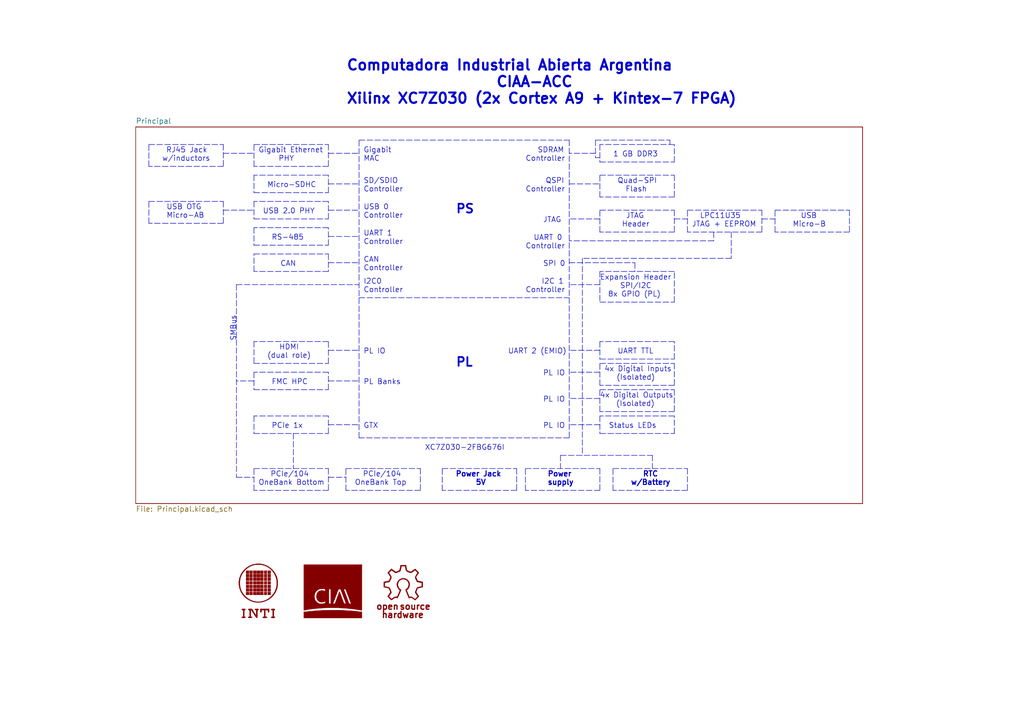
<source format=kicad_sch>
(kicad_sch (version 20231120) (generator "eeschema") (generator_version "8.0")
  (paper "A4")
  (title_block (title "CIAA-ACC Block Diagram") (date "2019-08-28") (rev "V1.4") (company "COMPUTADORA INDUSTRIAL ABIERTA ARGENTINA. CIAA-ACC (HPC)") (comment 1 "Authors: See 'doc/CHANGES.txt' file.      License: See 'doc/LICENCIA_CIAA_ACC.txt' file."))
  (lib_symbols
    (symbol "CIAA_ACC:LOGO_CIAA" (pin_names (offset 1.016))
      (symbol "LOGO_CIAA_0_0"
        (polyline (pts (xy 8.4582 -6.0198) (xy 7.9248 -5.969) (xy 7.8232 -5.969) (xy 7.1374 -5.8928) (xy 6.5532 -5.8166) (xy 5.969 -5.7658) (xy 5.3848 -5.715) (xy 4.7498 -5.6896) (xy 3.9624 -5.6388) (xy 2.4384 -5.5372) (xy -0.0254 -5.5118) (xy -2.54 -5.5626) (xy -5.1562 -5.715) (xy -7.874 -5.969) (xy -8.382 -6.0198) (xy -8.382 -6.9088) (xy -8.382 -7.7978) (xy 0.0254 -7.7978) (xy 8.4582 -7.7978) (xy 8.4582 -6.9088) (xy 8.4582 -6.0198) (xy 8.4582 -6.0198)) (stroke (width 0.0254)) (fill (type outline)))
        (polyline (pts (xy 8.4582 7.6962) (xy 5.3086 7.6962) (xy 5.3086 -3.6322) (xy 5.0292 -3.6322) (xy 4.826 -3.6068) (xy 4.699 -3.4798) (xy 4.6228 -3.3274) (xy 4.5212 -3.048) (xy 4.3688 -2.6416) (xy 4.2164 -2.2098) (xy 4.0386 -1.7018) (xy 3.8354 -1.2192) (xy 3.7846 -1.0668) (xy 3.7846 -3.5814) (xy 3.7084 -3.6068) (xy 3.5306 -3.6322) (xy 3.4544 -3.6068) (xy 3.3782 -3.5814) (xy 3.2766 -3.5052) (xy 3.2004 -3.3782) (xy 3.0988 -3.1496) (xy 2.9718 -2.794) (xy 2.794 -2.3368) (xy 2.7178 -2.1082) (xy 2.54 -1.6256) (xy 2.3622 -1.1938) (xy 2.2352 -0.8128) (xy 2.159 -0.5588) (xy 2.0574 -0.3556) (xy 1.9812 -0.1778) (xy 1.9304 -0.1524) (xy 1.905 -0.1778) (xy 1.8288 -0.3302) (xy 1.7272 -0.6096) (xy 1.6256 -0.9398) (xy 1.524 -1.2192) (xy 1.3462 -1.6764) (xy 1.1684 -2.159) (xy 0.9906 -2.6416) (xy 0.635 -3.6322) (xy 0.3556 -3.6322) (xy 0.2032 -3.6322) (xy 0.1016 -3.5814) (xy 0.127 -3.4798) (xy 0.127 -3.429) (xy 0.2286 -3.2004) (xy 0.3556 -2.8702) (xy 0.508 -2.4638) (xy 0.6858 -2.0066) (xy 0.889 -1.4986) (xy 1.0668 -1.016) (xy 1.2446 -0.5842) (xy 1.3716 -0.1778) (xy 1.4986 0.1016) (xy 1.5494 0.254) (xy 1.6256 0.4318) (xy 1.7272 0.5334) (xy 1.9558 0.5842) (xy 2.0574 0.5842) (xy 2.2098 0.5588) (xy 2.286 0.4572) (xy 2.3114 0.381) (xy 2.3876 0.1778) (xy 2.5146 -0.1524) (xy 2.667 -0.5588) (xy 2.8702 -1.0668) (xy 3.0734 -1.6002) (xy 3.2004 -1.9558) (xy 3.4036 -2.4638) (xy 3.556 -2.8956) (xy 3.683 -3.2512) (xy 3.7592 -3.4798) (xy 3.7846 -3.5814) (xy 3.7846 -1.0668) (xy 3.6576 -0.7366) (xy 3.5052 -0.3048) (xy 3.3782 0.0254) (xy 3.302 0.2794) (xy 3.2512 0.4064) (xy 3.2258 0.508) (xy 3.2766 0.5842) (xy 3.4544 0.5842) (xy 3.4798 0.5842) (xy 3.683 0.5334) (xy 3.7846 0.3556) (xy 3.8862 0.0762) (xy 4.0386 -0.3048) (xy 4.2164 -0.762) (xy 4.3942 -1.2446) (xy 4.5974 -1.7526) (xy 4.7752 -2.2352) (xy 4.9276 -2.6416) (xy 5.0546 -2.9972) (xy 5.1308 -3.2004) (xy 5.3086 -3.6322) (xy 5.3086 7.6962) (xy 0.0254 7.6962) (xy -0.6096 7.6962) (xy -0.6096 0.5842) (xy -0.6096 -1.524) (xy -0.6096 -3.6322) (xy -0.8636 -3.6322) (xy -1.1176 -3.6322) (xy -1.1176 -1.524) (xy -1.1176 0.5842) (xy -0.8636 0.5842) (xy -0.6096 0.5842) (xy -0.6096 7.6962) (xy -2.1336 7.6962) (xy -2.1336 0.254) (xy -2.1336 0.1016) (xy -2.159 0.0254) (xy -2.2606 0.0508) (xy -2.4384 0.1016) (xy -2.8194 0.1778) (xy -3.2004 0.2032) (xy -3.4798 0.1778) (xy -3.7846 0.1016) (xy -4.191 -0.1524) (xy -4.4958 -0.5334) (xy -4.699 -1.016) (xy -4.7498 -1.6002) (xy -4.7244 -1.905) (xy -4.572 -2.3622) (xy -4.318 -2.7686) (xy -3.9624 -3.048) (xy -3.5306 -3.2004) (xy -3.0226 -3.2258) (xy -2.5146 -3.0988) (xy -2.3114 -2.9972) (xy -2.1844 -2.9718) (xy -2.1336 -3.048) (xy -2.1336 -3.2004) (xy -2.1336 -3.3274) (xy -2.2098 -3.4544) (xy -2.413 -3.5306) (xy -2.5146 -3.5814) (xy -2.9972 -3.6576) (xy -3.4544 -3.683) (xy -3.8862 -3.6322) (xy -4.1402 -3.5306) (xy -4.5212 -3.2766) (xy -4.8514 -2.9464) (xy -5.1054 -2.5908) (xy -5.1562 -2.5146) (xy -5.2324 -2.2606) (xy -5.2832 -1.9812) (xy -5.3086 -1.5748) (xy -5.2832 -1.1938) (xy -5.2578 -0.9398) (xy -5.1816 -0.6858) (xy -5.0546 -0.4318) (xy -4.699 0.0508) (xy -4.2672 0.4064) (xy -3.7338 0.6096) (xy -3.0988 0.6604) (xy -2.794 0.6604) (xy -2.4892 0.635) (xy -2.286 0.5588) (xy -2.1844 0.4318) (xy -2.1336 0.254) (xy -2.1336 7.6962) (xy -8.382 7.6962) (xy -8.382 1.0668) (xy -8.382 -5.588) (xy -8.2042 -5.5372) (xy -7.2136 -5.3594) (xy -5.1562 -5.08) (xy -2.9718 -4.9022) (xy -0.762 -4.826) (xy 1.4986 -4.8514) (xy 3.7846 -4.9784) (xy 6.0198 -5.207) (xy 8.2296 -5.5372) (xy 8.4582 -5.588) (xy 8.4582 1.0668) (xy 8.4582 7.6962) (xy 8.4582 7.6962)) (stroke (width 0.0254)) (fill (type outline)))
        (text "FSL" (at -4.064 4.445 0) (effects (font (size 1.524 1.524) (italic yes))))
      )
      (symbol "LOGO_CIAA_0_1"
        (rectangle (start -7.366 6.477) (end -1.016 2.667))
      )
    )
    (symbol "CIAA_ACC:LOGO_INTI" (pin_names (offset 1.016))
      (symbol "LOGO_INTI_0_0"
        (polyline (pts (xy -2.7178 -0.254) (xy -3.556 -0.254) (xy -3.556 -1.0922) (xy -2.7178 -1.0922) (xy -2.7178 -0.254) (xy -2.7178 -0.254)) (stroke (width 0.0254)) (fill (type outline)))
        (polyline (pts (xy -2.7178 0.762) (xy -3.556 0.762) (xy -3.556 -0.0762) (xy -2.7178 -0.0762) (xy -2.7178 0.762) (xy -2.7178 0.762)) (stroke (width 0.0254)) (fill (type outline)))
        (polyline (pts (xy -2.7178 1.778) (xy -3.556 1.778) (xy -3.556 0.9398) (xy -2.7178 0.9398) (xy -2.7178 1.778) (xy -2.7178 1.778)) (stroke (width 0.0254)) (fill (type outline)))
        (polyline (pts (xy -2.7178 2.794) (xy -3.556 2.794) (xy -3.556 2.032) (xy -2.7178 2.032) (xy -2.7178 2.794) (xy -2.7178 2.794)) (stroke (width 0.0254)) (fill (type outline)))
        (polyline (pts (xy -2.7178 3.8862) (xy -3.556 3.8862) (xy -3.556 3.048) (xy -2.7178 3.048) (xy -2.7178 3.8862) (xy -2.7178 3.8862)) (stroke (width 0.0254)) (fill (type outline)))
        (polyline (pts (xy -2.7178 4.9022) (xy -3.556 4.9022) (xy -3.556 4.064) (xy -2.7178 4.064) (xy -2.7178 4.9022) (xy -2.7178 4.9022)) (stroke (width 0.0254)) (fill (type outline)))
        (polyline (pts (xy -2.7178 5.9182) (xy -3.556 5.9182) (xy -3.556 5.08) (xy -2.7178 5.08) (xy -2.7178 5.9182) (xy -2.7178 5.9182)) (stroke (width 0.0254)) (fill (type outline)))
        (polyline (pts (xy -1.7018 -0.254) (xy -2.54 -0.254) (xy -2.54 -1.0922) (xy -1.7018 -1.0922) (xy -1.7018 -0.254) (xy -1.7018 -0.254)) (stroke (width 0.0254)) (fill (type outline)))
        (polyline (pts (xy -1.7018 0.762) (xy -2.54 0.762) (xy -2.54 -0.0762) (xy -1.7018 -0.0762) (xy -1.7018 0.762) (xy -1.7018 0.762)) (stroke (width 0.0254)) (fill (type outline)))
        (polyline (pts (xy -1.7018 1.778) (xy -2.54 1.778) (xy -2.54 0.9398) (xy -1.7018 0.9398) (xy -1.7018 1.778) (xy -1.7018 1.778)) (stroke (width 0.0254)) (fill (type outline)))
        (polyline (pts (xy -1.7018 2.794) (xy -2.54 2.794) (xy -2.54 2.032) (xy -1.7018 2.032) (xy -1.7018 2.794) (xy -1.7018 2.794)) (stroke (width 0.0254)) (fill (type outline)))
        (polyline (pts (xy -1.7018 3.8862) (xy -2.54 3.8862) (xy -2.54 3.048) (xy -1.7018 3.048) (xy -1.7018 3.8862) (xy -1.7018 3.8862)) (stroke (width 0.0254)) (fill (type outline)))
        (polyline (pts (xy -1.7018 4.9022) (xy -2.54 4.9022) (xy -2.54 4.064) (xy -1.7018 4.064) (xy -1.7018 4.9022) (xy -1.7018 4.9022)) (stroke (width 0.0254)) (fill (type outline)))
        (polyline (pts (xy -1.7018 5.9182) (xy -2.54 5.9182) (xy -2.54 5.08) (xy -1.7018 5.08) (xy -1.7018 5.9182) (xy -1.7018 5.9182)) (stroke (width 0.0254)) (fill (type outline)))
        (polyline (pts (xy -0.5842 -0.254) (xy -1.4478 -0.254) (xy -1.4478 -1.0922) (xy -0.5842 -1.0922) (xy -0.5842 -0.254) (xy -0.5842 -0.254)) (stroke (width 0.0254)) (fill (type outline)))
        (polyline (pts (xy -0.5842 0.762) (xy -1.4478 0.762) (xy -1.4478 -0.0762) (xy -0.5842 -0.0762) (xy -0.5842 0.762) (xy -0.5842 0.762)) (stroke (width 0.0254)) (fill (type outline)))
        (polyline (pts (xy -0.5842 1.778) (xy -1.4478 1.778) (xy -1.4478 0.9398) (xy -0.5842 0.9398) (xy -0.5842 1.778) (xy -0.5842 1.778)) (stroke (width 0.0254)) (fill (type outline)))
        (polyline (pts (xy -0.5842 2.794) (xy -1.4478 2.794) (xy -1.4478 2.032) (xy -0.5842 2.032) (xy -0.5842 2.794) (xy -0.5842 2.794)) (stroke (width 0.0254)) (fill (type outline)))
        (polyline (pts (xy -0.5842 3.8862) (xy -1.4478 3.8862) (xy -1.4478 3.048) (xy -0.5842 3.048) (xy -0.5842 3.8862) (xy -0.5842 3.8862)) (stroke (width 0.0254)) (fill (type outline)))
        (polyline (pts (xy -0.5842 4.9022) (xy -1.4478 4.9022) (xy -1.4478 4.064) (xy -0.5842 4.064) (xy -0.5842 4.9022) (xy -0.5842 4.9022)) (stroke (width 0.0254)) (fill (type outline)))
        (polyline (pts (xy -0.5842 5.9182) (xy -1.4478 5.9182) (xy -1.4478 5.08) (xy -0.5842 5.08) (xy -0.5842 5.9182) (xy -0.5842 5.9182)) (stroke (width 0.0254)) (fill (type outline)))
        (polyline (pts (xy 0.4318 -0.254) (xy -0.4318 -0.254) (xy -0.4318 -1.0922) (xy 0.4318 -1.0922) (xy 0.4318 -0.254) (xy 0.4318 -0.254)) (stroke (width 0.0254)) (fill (type outline)))
        (polyline (pts (xy 0.4318 0.762) (xy -0.4318 0.762) (xy -0.4318 -0.0762) (xy 0.4318 -0.0762) (xy 0.4318 0.762) (xy 0.4318 0.762)) (stroke (width 0.0254)) (fill (type outline)))
        (polyline (pts (xy 0.4318 1.778) (xy -0.4318 1.778) (xy -0.4318 0.9398) (xy 0.4318 0.9398) (xy 0.4318 1.778) (xy 0.4318 1.778)) (stroke (width 0.0254)) (fill (type outline)))
        (polyline (pts (xy 0.4318 2.794) (xy -0.4318 2.794) (xy -0.4318 2.032) (xy 0.4318 2.032) (xy 0.4318 2.794) (xy 0.4318 2.794)) (stroke (width 0.0254)) (fill (type outline)))
        (polyline (pts (xy 0.4318 3.8862) (xy -0.4318 3.8862) (xy -0.4318 3.048) (xy 0.4318 3.048) (xy 0.4318 3.8862) (xy 0.4318 3.8862)) (stroke (width 0.0254)) (fill (type outline)))
        (polyline (pts (xy 0.4318 4.9022) (xy -0.4318 4.9022) (xy -0.4318 4.064) (xy 0.4318 4.064) (xy 0.4318 4.9022) (xy 0.4318 4.9022)) (stroke (width 0.0254)) (fill (type outline)))
        (polyline (pts (xy 0.4318 5.9182) (xy -0.4318 5.9182) (xy -0.4318 5.08) (xy 0.4318 5.08) (xy 0.4318 5.9182) (xy 0.4318 5.9182)) (stroke (width 0.0254)) (fill (type outline)))
        (polyline (pts (xy 1.4478 -0.254) (xy 0.5842 -0.254) (xy 0.5842 -1.0922) (xy 1.4478 -1.0922) (xy 1.4478 -0.254) (xy 1.4478 -0.254)) (stroke (width 0.0254)) (fill (type outline)))
        (polyline (pts (xy 1.4478 0.762) (xy 0.5842 0.762) (xy 0.5842 -0.0762) (xy 1.4478 -0.0762) (xy 1.4478 0.762) (xy 1.4478 0.762)) (stroke (width 0.0254)) (fill (type outline)))
        (polyline (pts (xy 1.4478 1.778) (xy 0.5842 1.778) (xy 0.5842 0.9398) (xy 1.4478 0.9398) (xy 1.4478 1.778) (xy 1.4478 1.778)) (stroke (width 0.0254)) (fill (type outline)))
        (polyline (pts (xy 1.4478 2.794) (xy 0.5842 2.794) (xy 0.5842 2.032) (xy 1.4478 2.032) (xy 1.4478 2.794) (xy 1.4478 2.794)) (stroke (width 0.0254)) (fill (type outline)))
        (polyline (pts (xy 1.4478 3.8862) (xy 0.5842 3.8862) (xy 0.5842 3.048) (xy 1.4478 3.048) (xy 1.4478 3.8862) (xy 1.4478 3.8862)) (stroke (width 0.0254)) (fill (type outline)))
        (polyline (pts (xy 1.4478 4.9022) (xy 0.5842 4.9022) (xy 0.5842 4.064) (xy 1.4478 4.064) (xy 1.4478 4.9022) (xy 1.4478 4.9022)) (stroke (width 0.0254)) (fill (type outline)))
        (polyline (pts (xy 1.4478 5.9182) (xy 0.5842 5.9182) (xy 0.5842 5.08) (xy 1.4478 5.08) (xy 1.4478 5.9182) (xy 1.4478 5.9182)) (stroke (width 0.0254)) (fill (type outline)))
        (polyline (pts (xy 2.4638 -0.254) (xy 1.7018 -0.254) (xy 1.7018 -1.0922) (xy 2.4638 -1.0922) (xy 2.4638 -0.254) (xy 2.4638 -0.254)) (stroke (width 0.0254)) (fill (type outline)))
        (polyline (pts (xy 2.4638 0.762) (xy 1.7018 0.762) (xy 1.7018 -0.0762) (xy 2.4638 -0.0762) (xy 2.4638 0.762) (xy 2.4638 0.762)) (stroke (width 0.0254)) (fill (type outline)))
        (polyline (pts (xy 2.4638 1.778) (xy 1.7018 1.778) (xy 1.7018 0.9398) (xy 2.4638 0.9398) (xy 2.4638 1.778) (xy 2.4638 1.778)) (stroke (width 0.0254)) (fill (type outline)))
        (polyline (pts (xy 2.4638 2.794) (xy 1.7018 2.794) (xy 1.7018 2.032) (xy 2.4638 2.032) (xy 2.4638 2.794) (xy 2.4638 2.794)) (stroke (width 0.0254)) (fill (type outline)))
        (polyline (pts (xy 2.4638 3.8862) (xy 1.7018 3.8862) (xy 1.7018 3.048) (xy 2.4638 3.048) (xy 2.4638 3.8862) (xy 2.4638 3.8862)) (stroke (width 0.0254)) (fill (type outline)))
        (polyline (pts (xy 2.4638 4.9022) (xy 1.7018 4.9022) (xy 1.7018 4.064) (xy 2.4638 4.064) (xy 2.4638 4.9022) (xy 2.4638 4.9022)) (stroke (width 0.0254)) (fill (type outline)))
        (polyline (pts (xy 2.4638 5.9182) (xy 1.7018 5.9182) (xy 1.7018 5.08) (xy 2.4638 5.08) (xy 2.4638 5.9182) (xy 2.4638 5.9182)) (stroke (width 0.0254)) (fill (type outline)))
        (polyline (pts (xy 3.556 -0.254) (xy 2.7178 -0.254) (xy 2.7178 -1.0922) (xy 3.556 -1.0922) (xy 3.556 -0.254) (xy 3.556 -0.254)) (stroke (width 0.0254)) (fill (type outline)))
        (polyline (pts (xy 3.556 0.762) (xy 2.7178 0.762) (xy 2.7178 -0.0762) (xy 3.556 -0.0762) (xy 3.556 0.762) (xy 3.556 0.762)) (stroke (width 0.0254)) (fill (type outline)))
        (polyline (pts (xy 3.556 1.778) (xy 2.7178 1.778) (xy 2.7178 0.9398) (xy 3.556 0.9398) (xy 3.556 1.778) (xy 3.556 1.778)) (stroke (width 0.0254)) (fill (type outline)))
        (polyline (pts (xy 3.556 2.794) (xy 2.7178 2.794) (xy 2.7178 2.032) (xy 3.556 2.032) (xy 3.556 2.794) (xy 3.556 2.794)) (stroke (width 0.0254)) (fill (type outline)))
        (polyline (pts (xy 3.556 3.8862) (xy 2.7178 3.8862) (xy 2.7178 3.048) (xy 3.556 3.048) (xy 3.556 3.8862) (xy 3.556 3.8862)) (stroke (width 0.0254)) (fill (type outline)))
        (polyline (pts (xy 3.556 4.9022) (xy 2.7178 4.9022) (xy 2.7178 4.064) (xy 3.556 4.064) (xy 3.556 4.9022) (xy 3.556 4.9022)) (stroke (width 0.0254)) (fill (type outline)))
        (polyline (pts (xy 3.556 5.9182) (xy 2.7178 5.9182) (xy 2.7178 5.08) (xy 3.556 5.08) (xy 3.556 5.9182) (xy 3.556 5.9182)) (stroke (width 0.0254)) (fill (type outline)))
        (polyline (pts (xy -3.7338 -5.2324) (xy -3.81 -5.1816) (xy -3.9878 -5.1562) (xy -4.2672 -5.1562) (xy -4.572 -5.1562) (xy -4.7244 -5.1816) (xy -4.8006 -5.2324) (xy -4.826 -5.334) (xy -4.7752 -5.461) (xy -4.6228 -5.5118) (xy -4.3942 -5.5118) (xy -4.3942 -6.477) (xy -4.3942 -7.4422) (xy -4.6228 -7.4422) (xy -4.7752 -7.493) (xy -4.826 -7.62) (xy -4.826 -7.6962) (xy -4.7498 -7.747) (xy -4.572 -7.7724) (xy -4.2672 -7.7978) (xy -3.9878 -7.7724) (xy -3.8354 -7.747) (xy -3.7592 -7.6962) (xy -3.7338 -7.62) (xy -3.7592 -7.5184) (xy -3.8862 -7.4422) (xy -3.937 -7.4422) (xy -3.9878 -7.4168) (xy -4.0386 -7.3406) (xy -4.064 -7.1628) (xy -4.064 -6.8834) (xy -4.064 -6.477) (xy -4.064 -6.223) (xy -4.064 -5.8928) (xy -4.0386 -5.6896) (xy -4.0132 -5.5626) (xy -3.9624 -5.5118) (xy -3.8862 -5.5118) (xy -3.7846 -5.461) (xy -3.7338 -5.334) (xy -3.7338 -5.2324) (xy -3.7338 -5.2324)) (stroke (width 0.0254)) (fill (type outline)))
        (polyline (pts (xy 4.826 -5.334) (xy 4.8006 -5.2324) (xy 4.7244 -5.1816) (xy 4.572 -5.1562) (xy 4.2672 -5.1562) (xy 3.9878 -5.1562) (xy 3.81 -5.1816) (xy 3.7338 -5.2324) (xy 3.7338 -5.334) (xy 3.7592 -5.461) (xy 3.937 -5.5118) (xy 4.1402 -5.5118) (xy 4.1402 -6.477) (xy 4.1402 -7.4422) (xy 3.937 -7.4422) (xy 3.7592 -7.493) (xy 3.7338 -7.62) (xy 3.7338 -7.6962) (xy 3.81 -7.747) (xy 3.9624 -7.7724) (xy 4.2672 -7.7978) (xy 4.5466 -7.7724) (xy 4.7244 -7.747) (xy 4.8006 -7.6962) (xy 4.826 -7.62) (xy 4.8006 -7.5184) (xy 4.6482 -7.4422) (xy 4.6228 -7.4422) (xy 4.5466 -7.4168) (xy 4.5212 -7.3406) (xy 4.4958 -7.1628) (xy 4.4958 -6.8834) (xy 4.4958 -6.477) (xy 4.4958 -6.223) (xy 4.4958 -5.8928) (xy 4.4958 -5.6896) (xy 4.5212 -5.5626) (xy 4.572 -5.5118) (xy 4.6482 -5.5118) (xy 4.7498 -5.461) (xy 4.826 -5.334) (xy 4.826 -5.334)) (stroke (width 0.0254)) (fill (type outline)))
        (polyline (pts (xy 3.1242 -5.1562) (xy 1.8542 -5.1562) (xy 0.5842 -5.1562) (xy 0.5842 -5.6642) (xy 0.5842 -5.8928) (xy 0.6096 -6.0706) (xy 0.6604 -6.1468) (xy 0.762 -6.1722) (xy 0.8636 -6.1468) (xy 0.9144 -6.0706) (xy 0.9398 -5.842) (xy 0.9398 -5.5118) (xy 1.3208 -5.5118) (xy 1.7018 -5.5118) (xy 1.7018 -6.477) (xy 1.7018 -7.4422) (xy 1.4732 -7.4422) (xy 1.3208 -7.493) (xy 1.27 -7.62) (xy 1.27 -7.6454) (xy 1.2954 -7.7216) (xy 1.397 -7.7724) (xy 1.5748 -7.7724) (xy 1.905 -7.7978) (xy 2.0066 -7.7724) (xy 2.286 -7.7724) (xy 2.4638 -7.747) (xy 2.5146 -7.6962) (xy 2.54 -7.62) (xy 2.54 -7.5692) (xy 2.4638 -7.4676) (xy 2.286 -7.4422) (xy 2.032 -7.4422) (xy 2.032 -6.477) (xy 2.032 -5.5118) (xy 2.413 -5.5118) (xy 2.794 -5.5118) (xy 2.794 -5.842) (xy 2.794 -6.0452) (xy 2.8448 -6.1468) (xy 2.9718 -6.1722) (xy 3.0226 -6.1722) (xy 3.0988 -6.096) (xy 3.1242 -5.9436) (xy 3.1242 -5.6642) (xy 3.1242 -5.1562) (xy 3.1242 -5.1562)) (stroke (width 0.0254)) (fill (type outline)))
        (polyline (pts (xy 0.0762 -5.2324) (xy 0 -5.1816) (xy -0.1778 -5.1562) (xy -0.4826 -5.1562) (xy -0.7366 -5.1562) (xy -0.9144 -5.1816) (xy -0.9906 -5.2324) (xy -1.016 -5.3086) (xy -0.9398 -5.4102) (xy -0.7874 -5.4864) (xy -0.6858 -5.5118) (xy -0.635 -5.5626) (xy -0.6096 -5.6896) (xy -0.6096 -5.9182) (xy -0.6096 -6.2992) (xy -0.6096 -6.4008) (xy -0.6096 -6.6802) (xy -0.6096 -6.858) (xy -0.6604 -6.9342) (xy -0.7366 -6.8834) (xy -0.8636 -6.7056) (xy -1.0668 -6.4008) (xy -1.3462 -5.9436) (xy -1.8288 -5.1562) (xy -2.413 -5.1562) (xy -2.6924 -5.1562) (xy -2.8702 -5.1816) (xy -2.9464 -5.2324) (xy -2.9464 -5.3086) (xy -2.8956 -5.4102) (xy -2.7432 -5.4864) (xy -2.667 -5.4864) (xy -2.6162 -5.5372) (xy -2.5654 -5.6134) (xy -2.5654 -5.7912) (xy -2.54 -6.0706) (xy -2.54 -6.477) (xy -2.54 -7.4422) (xy -2.7432 -7.4422) (xy -2.921 -7.493) (xy -2.9718 -7.62) (xy -2.9718 -7.6454) (xy -2.9464 -7.7216) (xy -2.8702 -7.7724) (xy -2.6924 -7.7724) (xy -2.3876 -7.7724) (xy -2.2098 -7.747) (xy -1.9812 -7.7216) (xy -1.8542 -7.6708) (xy -1.8034 -7.5946) (xy -1.8288 -7.4676) (xy -1.9812 -7.4422) (xy -2.2098 -7.4422) (xy -2.2098 -6.477) (xy -2.2098 -6.35) (xy -2.2098 -5.9436) (xy -2.1844 -5.6896) (xy -2.159 -5.5372) (xy -2.1082 -5.5118) (xy -2.0828 -5.5372) (xy -1.9558 -5.6896) (xy -1.778 -5.9436) (xy -1.5494 -6.2738) (xy -1.2954 -6.6548) (xy -1.016 -7.112) (xy -0.7366 -7.4676) (xy -0.5588 -7.6962) (xy -0.4318 -7.7724) (xy -0.4064 -7.7724) (xy -0.3556 -7.7724) (xy -0.3048 -7.7216) (xy -0.2794 -7.62) (xy -0.254 -7.4168) (xy -0.254 -7.112) (xy -0.254 -6.6548) (xy -0.254 -6.604) (xy -0.254 -6.1722) (xy -0.254 -5.8674) (xy -0.2286 -5.6642) (xy -0.2032 -5.5626) (xy -0.1524 -5.5118) (xy -0.0762 -5.5118) (xy 0.0254 -5.461) (xy 0.0762 -5.334) (xy 0.0762 -5.2324) (xy 0.0762 -5.2324)) (stroke (width 0.0254)) (fill (type outline)))
        (polyline (pts (xy 5.6134 2.286) (xy 5.588 3.1242) (xy 5.4102 3.9878) (xy 5.3594 4.1148) (xy 5.3594 2.3368) (xy 5.334 1.7526) (xy 5.1562 0.8636) (xy 4.8514 0.0254) (xy 4.3942 -0.762) (xy 3.7592 -1.4732) (xy 3.6322 -1.6256) (xy 2.921 -2.2098) (xy 2.1844 -2.6162) (xy 1.397 -2.8956) (xy 0.4572 -3.0734) (xy -0.4826 -3.0734) (xy -1.3716 -2.921) (xy -2.2352 -2.5908) (xy -3.0226 -2.1336) (xy -3.7846 -1.4732) (xy -4.2926 -0.9144) (xy -4.7752 -0.2032) (xy -5.1054 0.5588) (xy -5.3086 1.397) (xy -5.3594 2.3368) (xy -5.334 2.9718) (xy -5.1816 3.8608) (xy -4.8768 4.6736) (xy -4.3942 5.4102) (xy -3.7846 6.1468) (xy -3.3782 6.5024) (xy -2.6416 7.0358) (xy -1.8288 7.4168) (xy -0.9652 7.6454) (xy -0.0254 7.6962) (xy 0.8382 7.6454) (xy 1.7272 7.4422) (xy 2.54 7.0866) (xy 3.3274 6.5786) (xy 3.4544 6.477) (xy 4.1148 5.7912) (xy 4.6482 5.0292) (xy 5.0292 4.191) (xy 5.2832 3.302) (xy 5.3594 2.3368) (xy 5.3594 4.1148) (xy 5.08 4.8006) (xy 4.6228 5.5626) (xy 3.9878 6.2738) (xy 3.7084 6.5532) (xy 2.921 7.1374) (xy 2.0828 7.5438) (xy 1.1938 7.8232) (xy 0.254 7.9502) (xy -0.6858 7.8994) (xy -1.6256 7.7216) (xy -2.54 7.3406) (xy -2.7178 7.2644) (xy -3.429 6.7818) (xy -4.0894 6.1976) (xy -4.6482 5.5372) (xy -5.08 4.826) (xy -5.1816 4.5974) (xy -5.5118 3.6576) (xy -5.6642 2.7178) (xy -5.6388 1.778) (xy -5.461 0.8382) (xy -5.1308 -0.0508) (xy -5.08 -0.1778) (xy -4.572 -1.016) (xy -3.937 -1.7272) (xy -3.175 -2.3368) (xy -2.3368 -2.794) (xy -1.4224 -3.1242) (xy -1.2954 -3.1496) (xy -0.381 -3.302) (xy 0.5588 -3.2766) (xy 1.4478 -3.0988) (xy 2.3114 -2.794) (xy 3.1242 -2.3622) (xy 3.8608 -1.778) (xy 4.4704 -1.1176) (xy 4.9784 -0.3302) (xy 5.2832 0.3302) (xy 5.4864 0.9144) (xy 5.588 1.5494) (xy 5.6134 2.286) (xy 5.6134 2.286)) (stroke (width 0.0254)) (fill (type outline)))
      )
    )
    (symbol "CIAA_ACC:OSHWA" (pin_names (offset 1.016))
      (symbol "OSHWA_0_0"
        (polyline (pts (xy 5.7912 2.667) (xy 5.5372 2.7178) (xy 5.4864 2.7432) (xy 5.4864 1.8796) (xy 5.4864 1.8288) (xy 5.4864 1.6002) (xy 5.4864 1.4732) (xy 5.4102 1.3716) (xy 5.2832 1.3208) (xy 5.0038 1.27) (xy 4.6228 1.1938) (xy 4.572 1.1684) (xy 4.318 1.1176) (xy 4.1656 1.0414) (xy 4.0386 0.889) (xy 3.937 0.6604) (xy 3.8354 0.4064) (xy 3.683 0.0762) (xy 3.6068 -0.1778) (xy 3.5814 -0.3556) (xy 3.6322 -0.5334) (xy 3.7592 -0.7366) (xy 3.9116 -0.9906) (xy 4.318 -1.5494) (xy 3.937 -1.9304) (xy 3.5814 -2.3114) (xy 3.048 -1.9558) (xy 2.794 -1.778) (xy 2.5654 -1.651) (xy 2.3876 -1.6256) (xy 2.2098 -1.6256) (xy 1.905 -1.6764) (xy 1.4986 -0.7112) (xy 1.1176 0.2286) (xy 1.397 0.508) (xy 1.5748 0.6604) (xy 1.8034 1.016) (xy 1.9304 1.397) (xy 1.9812 1.8542) (xy 1.9812 1.9304) (xy 1.9558 2.2606) (xy 1.905 2.54) (xy 1.7526 2.8194) (xy 1.4732 3.175) (xy 1.0668 3.5052) (xy 0.5842 3.683) (xy 0.1016 3.7338) (xy -0.4064 3.6576) (xy -0.889 3.429) (xy -1.2954 3.048) (xy -1.3462 2.9972) (xy -1.6256 2.5146) (xy -1.7526 2.0066) (xy -1.7018 1.4986) (xy -1.4986 0.9906) (xy -1.143 0.508) (xy -0.8636 0.2032) (xy -1.2446 -0.7366) (xy -1.651 -1.6764) (xy -1.9558 -1.6256) (xy -2.1082 -1.6256) (xy -2.286 -1.651) (xy -2.4892 -1.7526) (xy -2.7686 -1.9304) (xy -3.2766 -2.2606) (xy -3.6576 -1.905) (xy -4.0132 -1.524) (xy -3.6322 -0.9652) (xy -3.2766 -0.4064) (xy -3.429 0.0254) (xy -3.4544 0.1016) (xy -3.6068 0.508) (xy -3.7338 0.7874) (xy -3.8862 0.9906) (xy -4.0894 1.0922) (xy -4.3688 1.1938) (xy -4.7752 1.27) (xy -5.2578 1.3716) (xy -5.2324 1.905) (xy -5.207 2.413) (xy -4.5212 2.54) (xy -3.8608 2.667) (xy -3.5814 3.2512) (xy -3.556 3.302) (xy -3.4036 3.6068) (xy -3.3274 3.8862) (xy -3.2766 4.0386) (xy -3.3274 4.2164) (xy -3.4544 4.445) (xy -3.6322 4.7244) (xy -3.6576 4.7498) (xy -3.81 5.0292) (xy -3.937 5.207) (xy -3.9878 5.3086) (xy -3.9878 5.334) (xy -3.8862 5.461) (xy -3.7338 5.6388) (xy -3.5306 5.8166) (xy -3.3782 5.969) (xy -3.2766 6.0198) (xy -3.1496 5.9436) (xy -2.9464 5.8166) (xy -2.6924 5.6388) (xy -2.6162 5.588) (xy -2.3622 5.4102) (xy -2.159 5.3086) (xy -2.032 5.2578) (xy -1.8796 5.3086) (xy -1.6256 5.3848) (xy -1.3208 5.5118) (xy -1.2446 5.5372) (xy -0.9144 5.6896) (xy -0.7112 5.842) (xy -0.635 5.969) (xy -0.6096 6.096) (xy -0.5588 6.3754) (xy -0.4826 6.6802) (xy -0.381 7.239) (xy 0.127 7.239) (xy 0.635 7.239) (xy 0.7366 6.731) (xy 0.7874 6.477) (xy 0.8636 6.1722) (xy 0.9398 5.9436) (xy 1.0414 5.8166) (xy 1.1684 5.715) (xy 1.3462 5.6134) (xy 1.4478 5.5626) (xy 1.778 5.4356) (xy 2.032 5.334) (xy 2.1844 5.2832) (xy 2.3114 5.2832) (xy 2.4638 5.334) (xy 2.667 5.4356) (xy 2.9464 5.6388) (xy 3.556 6.0452) (xy 3.937 5.6896) (xy 4.2926 5.3086) (xy 3.9116 4.7498) (xy 3.8354 4.6228) (xy 3.683 4.318) (xy 3.5814 4.0894) (xy 3.6068 3.8354) (xy 3.683 3.5306) (xy 3.8862 3.1496) (xy 4.1148 2.667) (xy 4.7752 2.54) (xy 5.461 2.413) (xy 5.4864 1.8796) (xy 5.4864 2.7432) (xy 5.4102 2.7432) (xy 5.1054 2.8194) (xy 4.8006 2.8956) (xy 4.2926 2.9718) (xy 4.064 3.5306) (xy 3.81 4.0894) (xy 4.2418 4.7244) (xy 4.6736 5.3594) (xy 4.1148 5.9182) (xy 3.5814 6.4516) (xy 2.921 6.0198) (xy 2.286 5.5626) (xy 1.7526 5.7912) (xy 1.1938 6.0452) (xy 1.0922 6.5532) (xy 1.0668 6.8072) (xy 0.9906 7.0866) (xy 0.9652 7.3152) (xy 0.9144 7.5438) (xy 0.127 7.5438) (xy -0.6604 7.5438) (xy -0.762 6.9342) (xy -0.8128 6.6802) (xy -0.889 6.35) (xy -0.9652 6.1214) (xy -1.0922 5.9944) (xy -1.27 5.8928) (xy -1.524 5.7658) (xy -2.032 5.588) (xy -2.667 6.0198) (xy -3.3274 6.477) (xy -3.8608 5.9182) (xy -4.4196 5.3594) (xy -3.9878 4.7244) (xy -3.556 4.0894) (xy -3.7846 3.556) (xy -3.7846 3.5306) (xy -3.8862 3.2766) (xy -3.9878 3.0734) (xy -4.0132 2.9972) (xy -4.0386 2.9718) (xy -4.191 2.9464) (xy -4.445 2.8956) (xy -4.7752 2.8194) (xy -5.5118 2.6924) (xy -5.5118 1.905) (xy -5.5118 1.143) (xy -4.9022 1.016) (xy -4.8768 1.016) (xy -4.5466 0.9652) (xy -4.2926 0.889) (xy -4.1402 0.8382) (xy -4.1148 0.8128) (xy -4.0132 0.6604) (xy -3.8862 0.4318) (xy -3.7592 0.1524) (xy -3.683 -0.1016) (xy -3.6576 -0.3048) (xy -3.7084 -0.4572) (xy -3.8608 -0.6858) (xy -4.0386 -0.9652) (xy -4.4196 -1.524) (xy -3.8862 -2.0828) (xy -3.7846 -2.2098) (xy -3.556 -2.413) (xy -3.3782 -2.5654) (xy -3.3274 -2.6162) (xy -3.302 -2.6162) (xy -3.2004 -2.54) (xy -2.9972 -2.413) (xy -2.7178 -2.2352) (xy -2.5654 -2.1082) (xy -2.3368 -1.9558) (xy -2.1844 -1.905) (xy -2.0574 -1.905) (xy -1.905 -1.9304) (xy -1.7018 -2.0066) (xy -1.5748 -2.0574) (xy -1.5494 -2.032) (xy -1.4732 -1.8796) (xy -1.3462 -1.6256) (xy -1.1684 -1.27) (xy -0.9906 -0.8636) (xy -0.4826 0.3556) (xy -0.8382 0.6604) (xy -1.016 0.8128) (xy -1.27 1.2192) (xy -1.4224 1.651) (xy -1.4224 2.1082) (xy -1.2954 2.5146) (xy -1.0922 2.8956) (xy -0.762 3.2004) (xy -0.3556 3.4036) (xy 0.1524 3.4798) (xy 0.4826 3.429) (xy 0.9144 3.2766) (xy 1.27 2.9718) (xy 1.5494 2.5908) (xy 1.6764 2.159) (xy 1.6764 1.8288) (xy 1.6256 1.4478) (xy 1.4732 1.0922) (xy 1.1684 0.762) (xy 0.762 0.3556) (xy 1.2446 -0.8128) (xy 1.3208 -1.016) (xy 1.4732 -1.397) (xy 1.6256 -1.7272) (xy 1.7272 -1.9558) (xy 1.778 -2.0574) (xy 1.8796 -2.0828) (xy 2.032 -2.0066) (xy 2.1844 -1.905) (xy 2.3114 -1.8796) (xy 2.4892 -1.905) (xy 2.7178 -2.032) (xy 3.0226 -2.2352) (xy 3.5814 -2.6416) (xy 4.1402 -2.0828) (xy 4.6736 -1.524) (xy 4.2926 -0.9652) (xy 4.2164 -0.8636) (xy 4.064 -0.6096) (xy 3.937 -0.381) (xy 3.8862 -0.2794) (xy 3.8862 -0.254) (xy 3.937 -0.0762) (xy 4.0386 0.1778) (xy 4.1402 0.4572) (xy 4.2418 0.6858) (xy 4.318 0.7874) (xy 4.3434 0.8128) (xy 4.4958 0.8636) (xy 4.7498 0.9398) (xy 5.08 1.016) (xy 5.7912 1.143) (xy 5.7912 1.905) (xy 5.7912 2.667) (xy 5.7912 2.667)) (stroke (width 0.0254)) (fill (type outline)))
        (text "hardware" (at -0.0254 -6.858 0) (effects (font (size 1.778 1.778) (bold yes))))
        (text "open" (at -4.445 -4.445 0) (effects (font (size 1.778 1.778) (bold yes))))
        (text "source" (at 3.556 -4.445 0) (effects (font (size 1.778 1.778) (bold yes))))
      )
    )
  )
  (polyline (pts (xy 73.66 58.42) (xy 73.66 63.5)) (stroke (width 0) (type dash)))
  (polyline (pts (xy 195.58 78.74) (xy 173.99 78.74)) (stroke (width 0) (type dash)))
  (polyline (pts (xy 73.66 107.95) (xy 73.66 113.03)) (stroke (width 0) (type dash)))
  (polyline (pts (xy 173.99 101.6) (xy 165.1 101.6)) (stroke (width 0) (type dash)))
  (polyline (pts (xy 162.56 132.08) (xy 162.56 135.89)) (stroke (width 0) (type dash)))
  (polyline (pts (xy 95.25 123.19) (xy 104.14 123.19)) (stroke (width 0) (type dash)))
  (polyline (pts (xy 95.25 55.88) (xy 95.25 50.8)) (stroke (width 0) (type dash)))
  (polyline (pts (xy 199.39 135.89) (xy 199.39 142.24)) (stroke (width 0) (type dash)))
  (polyline (pts (xy 152.4 142.24) (xy 152.4 135.89)) (stroke (width 0) (type dash)))
  (polyline (pts (xy 194.31 40.64) (xy 194.31 41.91)) (stroke (width 0) (type dash)))
  (polyline (pts (xy 95.25 58.42) (xy 73.66 58.42)) (stroke (width 0) (type dash)))
  (polyline (pts (xy 95.25 125.73) (xy 95.25 120.65)) (stroke (width 0) (type dash)))
  (polyline (pts (xy 104.14 86.36) (xy 165.1 86.36)) (stroke (width 0) (type dash)))
  (polyline (pts (xy 195.58 125.73) (xy 195.58 120.65)) (stroke (width 0) (type dash)))
  (polyline (pts (xy 199.39 67.31) (xy 199.39 60.96)) (stroke (width 0) (type dash)))
  (polyline (pts (xy 152.4 135.89) (xy 173.99 135.89)) (stroke (width 0) (type dash)))
  (polyline (pts (xy 73.66 78.74) (xy 73.66 73.66)) (stroke (width 0) (type dash)))
  (polyline (pts (xy 104.14 127) (xy 104.14 40.64)) (stroke (width 0) (type dash)))
  (polyline (pts (xy 73.66 125.73) (xy 95.25 125.73)) (stroke (width 0) (type dash)))
  (polyline (pts (xy 195.58 60.96) (xy 195.58 67.31)) (stroke (width 0) (type dash)))
  (polyline (pts (xy 172.72 44.45) (xy 165.1 44.45)) (stroke (width 0) (type dash)))
  (polyline (pts (xy 173.99 135.89) (xy 173.99 142.24)) (stroke (width 0) (type dash)))
  (polyline (pts (xy 95.25 50.8) (xy 73.66 50.8)) (stroke (width 0) (type dash)))
  (polyline (pts (xy 168.91 74.93) (xy 168.91 132.08)) (stroke (width 0) (type dash)))
  (polyline (pts (xy 173.99 123.19) (xy 165.1 123.19)) (stroke (width 0) (type dash)))
  (polyline (pts (xy 195.58 67.31) (xy 173.99 67.31)) (stroke (width 0) (type dash)))
  (polyline (pts (xy 121.92 142.24) (xy 100.33 142.24)) (stroke (width 0) (type dash)))
  (polyline (pts (xy 173.99 63.5) (xy 165.1 63.5)) (stroke (width 0) (type dash)))
  (polyline (pts (xy 73.66 71.12) (xy 95.25 71.12)) (stroke (width 0) (type dash)))
  (polyline (pts (xy 165.1 40.64) (xy 165.1 127)) (stroke (width 0) (type dash)))
  (polyline (pts (xy 207.01 67.31) (xy 207.01 69.85)) (stroke (width 0) (type dash)))
  (polyline (pts (xy 73.66 135.89) (xy 95.25 135.89)) (stroke (width 0) (type dash)))
  (polyline (pts (xy 207.01 69.85) (xy 165.1 69.85)) (stroke (width 0) (type dash)))
  (polyline (pts (xy 224.79 60.96) (xy 246.38 60.96)) (stroke (width 0) (type dash)))
  (polyline (pts (xy 195.58 50.8) (xy 195.58 57.15)) (stroke (width 0) (type dash)))
  (polyline (pts (xy 173.99 57.15) (xy 173.99 50.8)) (stroke (width 0) (type dash)))
  (polyline (pts (xy 220.98 67.31) (xy 199.39 67.31)) (stroke (width 0) (type dash)))
  (polyline (pts (xy 95.25 101.6) (xy 104.14 101.6)) (stroke (width 0) (type dash)))
  (polyline (pts (xy 95.25 120.65) (xy 73.66 120.65)) (stroke (width 0) (type dash)))
  (polyline (pts (xy 85.09 125.73) (xy 85.09 135.89)) (stroke (width 0) (type dash)))
  (polyline (pts (xy 195.58 46.99) (xy 195.58 41.91)) (stroke (width 0) (type dash)))
  (polyline (pts (xy 173.99 107.95) (xy 165.1 107.95)) (stroke (width 0) (type dash)))
  (polyline (pts (xy 173.99 87.63) (xy 195.58 87.63)) (stroke (width 0) (type dash)))
  (polyline (pts (xy 73.66 142.24) (xy 73.66 135.89)) (stroke (width 0) (type dash)))
  (polyline (pts (xy 165.1 76.2) (xy 184.15 76.2)) (stroke (width 0) (type dash)))
  (polyline (pts (xy 95.25 107.95) (xy 73.66 107.95)) (stroke (width 0) (type dash)))
  (polyline (pts (xy 73.66 50.8) (xy 73.66 55.88)) (stroke (width 0) (type dash)))
  (polyline (pts (xy 195.58 63.5) (xy 199.39 63.5)) (stroke (width 0) (type dash)))
  (polyline (pts (xy 73.66 55.88) (xy 95.25 55.88)) (stroke (width 0) (type dash)))
  (polyline (pts (xy 173.99 78.74) (xy 173.99 87.63)) (stroke (width 0) (type dash)))
  (polyline (pts (xy 173.99 115.57) (xy 165.1 115.57)) (stroke (width 0) (type dash)))
  (polyline (pts (xy 173.99 142.24) (xy 152.4 142.24)) (stroke (width 0) (type dash)))
  (polyline (pts (xy 195.58 119.38) (xy 173.99 119.38)) (stroke (width 0) (type dash)))
  (polyline (pts (xy 224.79 67.31) (xy 224.79 60.96)) (stroke (width 0) (type dash)))
  (polyline (pts (xy 173.99 67.31) (xy 173.99 60.96)) (stroke (width 0) (type dash)))
  (polyline (pts (xy 95.25 142.24) (xy 73.66 142.24)) (stroke (width 0) (type dash)))
  (polyline (pts (xy 68.58 82.55) (xy 68.58 138.43)) (stroke (width 0) (type dash)))
  (polyline (pts (xy 173.99 82.55) (xy 165.1 82.55)) (stroke (width 0) (type dash)))
  (polyline (pts (xy 173.99 120.65) (xy 173.99 125.73)) (stroke (width 0) (type dash)))
  (polyline (pts (xy 43.18 58.42) (xy 64.77 58.42)) (stroke (width 0) (type dash)))
  (polyline (pts (xy 173.99 104.14) (xy 195.58 104.14)) (stroke (width 0) (type dash)))
  (polyline (pts (xy 173.99 119.38) (xy 173.99 113.03)) (stroke (width 0) (type dash)))
  (polyline (pts (xy 95.25 105.41) (xy 95.25 99.06)) (stroke (width 0) (type dash)))
  (polyline (pts (xy 100.33 135.89) (xy 121.92 135.89)) (stroke (width 0) (type dash)))
  (polyline (pts (xy 95.25 71.12) (xy 95.25 66.04)) (stroke (width 0) (type dash)))
  (polyline (pts (xy 95.25 44.45) (xy 104.14 44.45)) (stroke (width 0) (type dash)))
  (polyline (pts (xy 184.15 76.2) (xy 184.15 78.74)) (stroke (width 0) (type dash)))
  (polyline (pts (xy 149.86 142.24) (xy 128.27 142.24)) (stroke (width 0) (type dash)))
  (polyline (pts (xy 195.58 41.91) (xy 173.99 41.91)) (stroke (width 0) (type dash)))
  (polyline (pts (xy 195.58 57.15) (xy 173.99 57.15)) (stroke (width 0) (type dash)))
  (polyline (pts (xy 73.66 48.26) (xy 73.66 41.91)) (stroke (width 0) (type dash)))
  (polyline (pts (xy 73.66 66.04) (xy 73.66 71.12)) (stroke (width 0) (type dash)))
  (polyline (pts (xy 149.86 135.89) (xy 149.86 142.24)) (stroke (width 0) (type dash)))
  (polyline (pts (xy 100.33 142.24) (xy 100.33 135.89)) (stroke (width 0) (type dash)))
  (polyline (pts (xy 199.39 142.24) (xy 177.8 142.24)) (stroke (width 0) (type dash)))
  (polyline (pts (xy 95.25 138.43) (xy 100.33 138.43)) (stroke (width 0) (type dash)))
  (polyline (pts (xy 173.99 46.99) (xy 195.58 46.99)) (stroke (width 0) (type dash)))
  (polyline (pts (xy 195.58 120.65) (xy 173.99 120.65)) (stroke (width 0) (type dash)))
  (polyline (pts (xy 199.39 60.96) (xy 220.98 60.96)) (stroke (width 0) (type dash)))
  (polyline (pts (xy 177.8 135.89) (xy 199.39 135.89)) (stroke (width 0) (type dash)))
  (polyline (pts (xy 64.77 60.96) (xy 73.66 60.96)) (stroke (width 0) (type dash)))
  (polyline (pts (xy 95.25 76.2) (xy 104.14 76.2)) (stroke (width 0) (type dash)))
  (polyline (pts (xy 73.66 41.91) (xy 95.25 41.91)) (stroke (width 0) (type dash)))
  (polyline (pts (xy 43.18 48.26) (xy 43.18 41.91)) (stroke (width 0) (type dash)))
  (polyline (pts (xy 212.09 67.31) (xy 212.09 74.93)) (stroke (width 0) (type dash)))
  (polyline (pts (xy 73.66 110.49) (xy 68.58 110.49)) (stroke (width 0) (type dash)))
  (polyline (pts (xy 173.99 50.8) (xy 195.58 50.8)) (stroke (width 0) (type dash)))
  (polyline (pts (xy 95.25 53.34) (xy 104.14 53.34)) (stroke (width 0) (type dash)))
  (polyline (pts (xy 68.58 138.43) (xy 73.66 138.43)) (stroke (width 0) (type dash)))
  (polyline (pts (xy 195.58 105.41) (xy 195.58 111.76)) (stroke (width 0) (type dash)))
  (polyline (pts (xy 95.25 99.06) (xy 73.66 99.06)) (stroke (width 0) (type dash)))
  (polyline (pts (xy 165.1 127) (xy 104.14 127)) (stroke (width 0) (type dash)))
  (polyline (pts (xy 128.27 142.24) (xy 128.27 135.89)) (stroke (width 0) (type dash)))
  (polyline (pts (xy 95.25 41.91) (xy 95.25 48.26)) (stroke (width 0) (type dash)))
  (polyline (pts (xy 246.38 60.96) (xy 246.38 67.31)) (stroke (width 0) (type dash)))
  (polyline (pts (xy 173.99 113.03) (xy 195.58 113.03)) (stroke (width 0) (type dash)))
  (polyline (pts (xy 173.99 60.96) (xy 195.58 60.96)) (stroke (width 0) (type dash)))
  (polyline (pts (xy 95.25 60.96) (xy 104.14 60.96)) (stroke (width 0) (type dash)))
  (polyline (pts (xy 95.25 48.26) (xy 73.66 48.26)) (stroke (width 0) (type dash)))
  (polyline (pts (xy 64.77 44.45) (xy 73.66 44.45)) (stroke (width 0) (type dash)))
  (polyline (pts (xy 73.66 120.65) (xy 73.66 125.73)) (stroke (width 0) (type dash)))
  (polyline (pts (xy 220.98 63.5) (xy 224.79 63.5)) (stroke (width 0) (type dash)))
  (polyline (pts (xy 173.99 99.06) (xy 173.99 104.14)) (stroke (width 0) (type dash)))
  (polyline (pts (xy 165.1 53.34) (xy 173.99 53.34)) (stroke (width 0) (type dash)))
  (polyline (pts (xy 73.66 73.66) (xy 95.25 73.66)) (stroke (width 0) (type dash)))
  (polyline (pts (xy 189.23 132.08) (xy 189.23 135.89)) (stroke (width 0) (type dash)))
  (polyline (pts (xy 43.18 41.91) (xy 64.77 41.91)) (stroke (width 0) (type dash)))
  (polyline (pts (xy 162.56 132.08) (xy 189.23 132.08)) (stroke (width 0) (type dash)))
  (polyline (pts (xy 177.8 142.24) (xy 177.8 135.89)) (stroke (width 0) (type dash)))
  (polyline (pts (xy 173.99 41.91) (xy 173.99 46.99)) (stroke (width 0) (type dash)))
  (polyline (pts (xy 64.77 64.77) (xy 43.18 64.77)) (stroke (width 0) (type dash)))
  (polyline (pts (xy 64.77 41.91) (xy 64.77 48.26)) (stroke (width 0) (type dash)))
  (polyline (pts (xy 73.66 113.03) (xy 95.25 113.03)) (stroke (width 0) (type dash)))
  (polyline (pts (xy 95.25 63.5) (xy 95.25 58.42)) (stroke (width 0) (type dash)))
  (polyline (pts (xy 73.66 99.06) (xy 73.66 105.41)) (stroke (width 0) (type dash)))
  (polyline (pts (xy 195.58 104.14) (xy 195.58 99.06)) (stroke (width 0) (type dash)))
  (polyline (pts (xy 73.66 63.5) (xy 95.25 63.5)) (stroke (width 0) (type dash)))
  (polyline (pts (xy 173.99 111.76) (xy 173.99 105.41)) (stroke (width 0) (type dash)))
  (polyline (pts (xy 195.58 99.06) (xy 173.99 99.06)) (stroke (width 0) (type dash)))
  (polyline (pts (xy 68.58 82.55) (xy 104.14 82.55)) (stroke (width 0) (type dash)))
  (polyline (pts (xy 172.72 40.64) (xy 172.72 45.72)) (stroke (width 0) (type dash)))
  (polyline (pts (xy 95.25 68.58) (xy 104.14 68.58)) (stroke (width 0) (type dash)))
  (polyline (pts (xy 246.38 67.31) (xy 224.79 67.31)) (stroke (width 0) (type dash)))
  (polyline (pts (xy 212.09 74.93) (xy 168.91 74.93)) (stroke (width 0) (type dash)))
  (polyline (pts (xy 95.25 113.03) (xy 95.25 107.95)) (stroke (width 0) (type dash)))
  (polyline (pts (xy 220.98 60.96) (xy 220.98 67.31)) (stroke (width 0) (type dash)))
  (polyline (pts (xy 95.25 73.66) (xy 95.25 78.74)) (stroke (width 0) (type dash)))
  (polyline (pts (xy 64.77 58.42) (xy 64.77 64.77)) (stroke (width 0) (type dash)))
  (polyline (pts (xy 43.18 64.77) (xy 43.18 58.42)) (stroke (width 0) (type dash)))
  (polyline (pts (xy 195.58 87.63) (xy 195.58 78.74)) (stroke (width 0) (type dash)))
  (polyline (pts (xy 104.14 40.64) (xy 165.1 40.64)) (stroke (width 0) (type dash)))
  (polyline (pts (xy 172.72 45.72) (xy 173.99 45.72)) (stroke (width 0) (type dash)))
  (polyline (pts (xy 64.77 48.26) (xy 43.18 48.26)) (stroke (width 0) (type dash)))
  (polyline (pts (xy 195.58 113.03) (xy 195.58 119.38)) (stroke (width 0) (type dash)))
  (polyline (pts (xy 173.99 105.41) (xy 195.58 105.41)) (stroke (width 0) (type dash)))
  (polyline (pts (xy 173.99 125.73) (xy 195.58 125.73)) (stroke (width 0) (type dash)))
  (polyline (pts (xy 121.92 135.89) (xy 121.92 142.24)) (stroke (width 0) (type dash)))
  (polyline (pts (xy 195.58 111.76) (xy 173.99 111.76)) (stroke (width 0) (type dash)))
  (polyline (pts (xy 95.25 66.04) (xy 73.66 66.04)) (stroke (width 0) (type dash)))
  (polyline (pts (xy 172.72 40.64) (xy 194.31 40.64)) (stroke (width 0) (type dash)))
  (polyline (pts (xy 95.25 78.74) (xy 73.66 78.74)) (stroke (width 0) (type dash)))
  (polyline (pts (xy 128.27 135.89) (xy 149.86 135.89)) (stroke (width 0) (type dash)))
  (polyline (pts (xy 95.25 110.49) (xy 104.14 110.49)) (stroke (width 0) (type dash)))
  (polyline (pts (xy 73.66 105.41) (xy 95.25 105.41)) (stroke (width 0) (type dash)))
  (polyline (pts (xy 95.25 135.89) (xy 95.25 142.24)) (stroke (width 0) (type dash)))
  (text "UART 2 (EMIO)" (at 147.32 102.87 0) (effects (font (size 1.524 1.524)) (justify left bottom)))
  (text " RJ45 Jack\nw/inductors" (at 46.99 46.99 0) (effects (font (size 1.524 1.524)) (justify left bottom)))
  (text "PL IO" (at 105.41 102.87 0) (effects (font (size 1.524 1.524)) (justify left bottom)))
  (text "USB OTG\nMicro-AB" (at 48.26 63.5 0) (effects (font (size 1.524 1.524)) (justify left bottom)))
  (text "   RTC\nw/Battery" (at 182.88 140.97 0) (effects (font (size 1.524 1.524) (thickness 0.3048) (bold yes)) (justify left bottom)))
  (text "PL IO" (at 157.48 116.84 0) (effects (font (size 1.524 1.524)) (justify left bottom)))
  (text "PL IO" (at 157.48 124.46 0) (effects (font (size 1.524 1.524)) (justify left bottom)))
  (text "CAN" (at 81.28 77.47 0) (effects (font (size 1.524 1.524)) (justify left bottom)))
  (text "Status LEDs" (at 176.53 124.46 0) (effects (font (size 1.524 1.524)) (justify left bottom)))
  (text "PCIe 1x" (at 78.74 124.46 0) (effects (font (size 1.524 1.524)) (justify left bottom)))
  (text "Micro-SDHC" (at 77.47 54.61 0) (effects (font (size 1.524 1.524)) (justify left bottom)))
  (text "  LPC11U35\nJTAG + EEPROM" (at 200.66 66.04 0) (effects (font (size 1.524 1.524)) (justify left bottom)))
  (text "  PCIe/104\nOneBank Top" (at 102.87 140.97 0) (effects (font (size 1.524 1.524)) (justify left bottom)))
  (text "     QSPI\nController" (at 152.4 55.88 0) (effects (font (size 1.524 1.524)) (justify left bottom)))
  (text "   SDRAM\nController" (at 152.4 46.99 0) (effects (font (size 1.524 1.524)) (justify left bottom)))
  (text " JTAG\nHeader" (at 180.34 66.04 0) (effects (font (size 1.524 1.524)) (justify left bottom)))
  (text "UART TTL" (at 179.07 102.87 0) (effects (font (size 1.524 1.524)) (justify left bottom)))
  (text "PL Banks" (at 105.41 111.76 0) (effects (font (size 1.524 1.524)) (justify left bottom)))
  (text "   HDMI\n(dual role)" (at 77.47 104.14 0) (effects (font (size 1.524 1.524)) (justify left bottom)))
  (text "   PCIe/104\nOneBank Bottom" (at 74.93 140.97 0) (effects (font (size 1.524 1.524)) (justify left bottom)))
  (text "Gigabit\nMAC" (at 105.41 46.99 0) (effects (font (size 1.524 1.524)) (justify left bottom)))
  (text "Computadora Industrial Abierta Argentina\n                   CIAA-ACC\nXilinx XC7Z030 (2x Cortex A9 + Kintex-7 FPGA)\n" (at 100.33 30.48 0) (effects (font (size 2.9972 2.9972) (thickness 0.5994) (bold yes)) (justify left bottom)))
  (text "FMC HPC" (at 78.74 111.76 0) (effects (font (size 1.524 1.524)) (justify left bottom)))
  (text "SD/SDIO\nController" (at 105.41 55.88 0) (effects (font (size 1.524 1.524)) (justify left bottom)))
  (text "USB 2.0 PHY" (at 76.2 62.23 0) (effects (font (size 1.524 1.524)) (justify left bottom)))
  (text "  USB\nMicro-B" (at 229.87 66.04 0) (effects (font (size 1.524 1.524)) (justify left bottom)))
  (text "SMBus" (at 68.58 99.06 90) (effects (font (size 1.524 1.524)) (justify left bottom)))
  (text "Quad-SPI\n  Flash" (at 179.07 55.88 0) (effects (font (size 1.524 1.524)) (justify left bottom)))
  (text "GTX" (at 105.41 124.46 0) (effects (font (size 1.524 1.524)) (justify left bottom)))
  (text "PL" (at 132.08 106.68 0) (effects (font (size 2.54 2.54) (thickness 0.508) (bold yes)) (justify left bottom)))
  (text "4x Digital Inputs\n   (Isolated)" (at 175.26 110.49 0) (effects (font (size 1.524 1.524)) (justify left bottom)))
  (text "1 GB DDR3" (at 177.8 45.72 0) (effects (font (size 1.524 1.524)) (justify left bottom)))
  (text "I2C0\nController" (at 105.41 85.09 0) (effects (font (size 1.524 1.524)) (justify left bottom)))
  (text "PS" (at 132.08 62.23 0) (effects (font (size 2.54 2.54) (thickness 0.508) (bold yes)) (justify left bottom)))
  (text "PL IO" (at 157.48 109.22 0) (effects (font (size 1.524 1.524)) (justify left bottom)))
  (text "CAN\nController" (at 105.41 78.74 0) (effects (font (size 1.524 1.524)) (justify left bottom)))
  (text "JTAG" (at 157.48 64.77 0) (effects (font (size 1.524 1.524)) (justify left bottom)))
  (text "Power \nsupply" (at 158.75 140.97 0) (effects (font (size 1.524 1.524) (thickness 0.3048) (bold yes)) (justify left bottom)))
  (text "Gigabit Ethernet\n     PHY" (at 74.93 46.99 0) (effects (font (size 1.524 1.524)) (justify left bottom)))
  (text "UART 1\nController" (at 105.41 71.12 0) (effects (font (size 1.524 1.524)) (justify left bottom)))
  (text "USB 0\nController" (at 105.41 63.5 0) (effects (font (size 1.524 1.524)) (justify left bottom)))
  (text "4x Digital Outputs\n    (Isolated)" (at 173.99 118.11 0) (effects (font (size 1.524 1.524)) (justify left bottom)))
  (text "    I2C 1\nController" (at 152.4 85.09 0) (effects (font (size 1.524 1.524)) (justify left bottom)))
  (text "RS-485" (at 78.74 69.85 0) (effects (font (size 1.524 1.524)) (justify left bottom)))
  (text "XC7Z030-2FBG676I" (at 123.19 130.81 0) (effects (font (size 1.524 1.524)) (justify left bottom)))
  (text "Power Jack\n     5V" (at 132.08 140.97 0) (effects (font (size 1.524 1.524) (thickness 0.3048) (bold yes)) (justify left bottom)))
  (text "SPI 0" (at 157.48 77.47 0) (effects (font (size 1.524 1.524)) (justify left bottom)))
  (text "Expansion Header\n     SPI/I2C\n  8x GPIO (PL)" (at 173.99 86.36 0) (effects (font (size 1.524 1.524)) (justify left bottom)))
  (text "  UART 0\nController" (at 152.4 72.39 0) (effects (font (size 1.524 1.524)) (justify left bottom)))
  (symbol (lib_id "CIAA_ACC:LOGO_CIAA") (at 96.52 171.45 0) (unit 1)
    (property "Reference" "G1" (effects (hide yes)))
    (property "Value" "LOGO_CIAA" (effects (hide yes)))
    (property "Footprint" "logos:LOGO-CIAA" (effects (hide yes)))
  )
  (symbol (lib_id "CIAA_ACC:OSHWA") (at 116.84 171.45 0) (unit 1)
    (property "Reference" "G2" (effects (hide yes)))
    (property "Value" "OSHWA" (effects (hide yes)))
    (property "Footprint" "logos:OSHWA" (effects (hide yes)))
  )
  (symbol (lib_id "CIAA_ACC:LOGO_INTI") (at 74.93 171.45 0) (unit 1)
    (property "Reference" "G3" (effects (hide yes)))
    (property "Value" "LOGO_INTI" (effects (hide yes)))
    (property "Footprint" "logos:LOGO_INTI" (effects (hide yes)))
  )
  (sheet (at 39.37 36.83) (size 210.82 109.22)
    (property "Sheetname" "Principal" (at 39.37 35.9914 0) (effects (font (size 1.524 1.524)) (justify left bottom)))
    (property "Sheetfile" "Principal.kicad_sch" (at 39.37 146.7362 0) (effects (font (size 1.524 1.524)) (justify left top)))
  )
)
</source>
